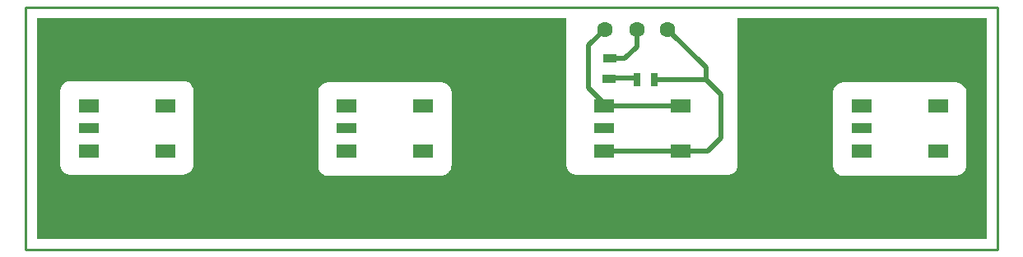
<source format=gtl>
%FSLAX24Y24*%
%MOMM*%
%SFA1B1*%

%IPPOS*%
%ADD10R,2.099996X1.399997*%
%ADD11R,2.099996X0.999998*%
%ADD12R,1.399997X0.899998*%
%ADD13R,0.799998X1.399997*%
%ADD14C,0.250000*%
%ADD15C,0.499999*%
%ADD16C,1.599997*%
%LNplata_nizhn-1*%
%LPD*%
G36*
X988599Y11399D02*
X11399D01*
Y238599*
X556299*
Y87599*
X556699Y84999*
X557699Y82599*
X559299Y80499*
X561399Y78899*
X563799Y77899*
X566399Y77499*
X722599*
X725199Y77899*
X727699Y78899*
X729799Y80499*
X731399Y82599*
X732399Y84999*
X732699Y87599*
Y238599*
X988599*
Y11399*
G37*
%LNplata_nizhn-2*%
%LPC*%
G36*
X427999Y172599D02*
X311099D01*
X308499Y172299*
X306099Y171299*
X303999Y169699*
X302399Y167599*
X301399Y165199*
X301099Y162599*
Y86399*
X301399Y83699*
X302399Y81299*
X303999Y79199*
X306099Y77599*
X308499Y76599*
X311099Y76299*
X425499*
X426199*
X426799Y76200*
X427499Y76299*
X428099*
X428799Y76399*
X429399Y76499*
X429999Y76799*
X430699Y76899*
X431899Y77399*
X432399Y77799*
X432999Y77999*
X433599Y78399*
X434099Y78699*
X434599Y79199*
X435099Y79599*
X435499Y80099*
X435999Y80599*
X436299Y81199*
X436699Y81699*
X436999Y82299*
X437299Y82899*
X437499Y83499*
X437699Y84099*
X437799Y84799*
X437999Y85399*
Y86099*
X438099Y86699*
Y162599*
X437699Y165199*
X436699Y167599*
X435099Y169699*
X432999Y171299*
X430599Y172299*
X427999Y172599*
G37*
G36*
X957599D02*
X840699D01*
X838099Y172299*
X835699Y171299*
X833599Y169699*
X831999Y167599*
X830999Y165199*
X830699Y162599*
Y86399*
X830999Y83699*
X831999Y81299*
X833599Y79199*
X835699Y77599*
X838099Y76599*
X840699Y76299*
X955099*
X955799*
X956399Y76200*
X957099Y76299*
X957699*
X958399Y76399*
X958999Y76499*
X959599Y76799*
X960299Y76899*
X961399Y77399*
X961999Y77799*
X962599Y77999*
X963099Y78399*
X963699Y78699*
X964199Y79199*
X964699Y79599*
X965099Y80099*
X965599Y80599*
X965899Y81199*
X966299Y81699*
X966599Y82299*
X966899Y82899*
X967099Y83499*
X967299Y84099*
X967399Y84799*
X967599Y85399*
Y86099*
X967699Y86699*
Y162599*
X967299Y165199*
X966299Y167599*
X964699Y169699*
X962599Y171299*
X960199Y172299*
X957599Y172599*
G37*
G36*
X162599Y173899D02*
X45699D01*
X43099Y173599*
X40699Y172599*
X38599Y170999*
X36999Y168899*
X35999Y166399*
X35599Y163799*
Y87599*
X35999Y84999*
X36999Y82599*
X38599Y80499*
X40699Y78899*
X43099Y77899*
X45699Y77499*
X159999*
X160099*
X160699*
X161399Y77399*
X161999Y77499*
X162699*
X163299Y77699*
X163999Y77799*
X164599Y77999*
X165199Y78199*
X166399Y78699*
X166999Y78999*
X167599Y79299*
X168099Y79699*
X168699Y79999*
X169199Y80499*
X169699Y80899*
X170099Y81399*
X170599Y81899*
X170899Y82499*
X171299Y82999*
X171499Y83599*
X171899Y84199*
X171999Y84799*
X172299Y85399*
X172399Y86099*
X172599Y86699*
Y87399*
Y87999*
Y163799*
X172299Y166399*
X171299Y168899*
X169699Y170999*
X167599Y172599*
X165199Y173599*
X162599Y173899*
G37*
%LNplata_nizhn-3*%
%LPD*%
G54D10*
X595099Y147999D03*
X594799Y101999D03*
X673799Y147999D03*
Y101999D03*
X408799D03*
Y147999D03*
X329799Y101999D03*
X330099Y147999D03*
X938799Y101999D03*
Y147999D03*
X859799Y101999D03*
X860099Y147999D03*
X143799Y101999D03*
Y147999D03*
X64799Y101999D03*
X65099Y147999D03*
G54D11*
X594799Y124999D03*
X329799D03*
X859799D03*
X64799D03*
G54D12*
X600599Y176299D03*
X600799Y197499D03*
G54D13*
X646999Y175299D03*
X628999D03*
G54D14*
X0Y0D02*
Y249999D01*
X999999*
Y0D02*
Y249999D01*
X0Y0D02*
X999999D01*
G54D15*
X599399Y148599D02*
X673299D01*
X673799Y101999D02*
X701399D01*
X594799D02*
X673799D01*
X701399D02*
X714999Y115599D01*
X579099Y166899D02*
X594899Y151099D01*
X579099Y166899D02*
Y210799D01*
X595599Y227299*
X714999Y115599D02*
Y159999D01*
X699799Y175299D02*
X714999Y159999D01*
X659999Y227299D02*
X699799Y187599D01*
X646999Y175299D02*
X699799D01*
Y187599*
X604099Y176599D02*
X628699D01*
X600799Y197499D02*
X616599D01*
X628699Y209499*
Y227299*
G54D16*
X628699Y227299D03*
X595599D03*
X660400D03*
M02*
</source>
